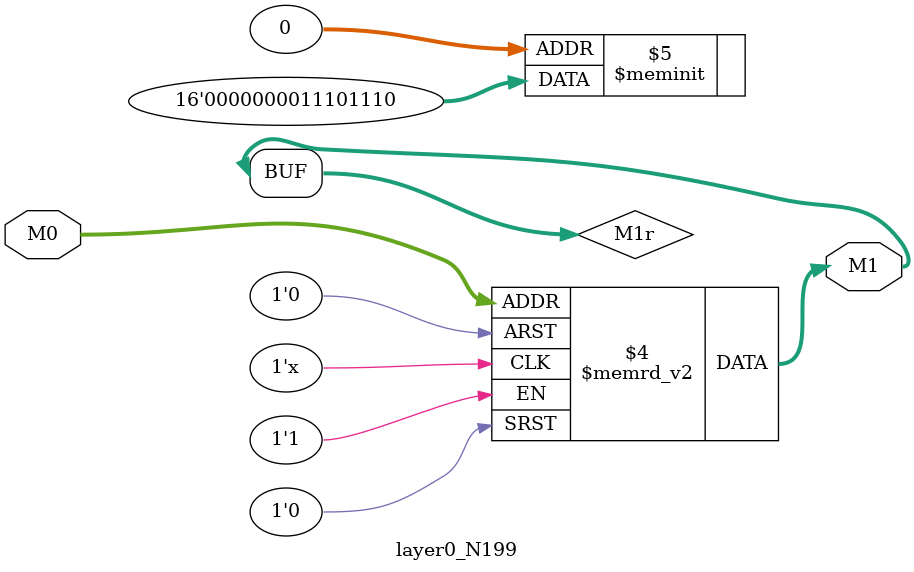
<source format=v>
module layer0_N199 ( input [2:0] M0, output [1:0] M1 );

	(*rom_style = "distributed" *) reg [1:0] M1r;
	assign M1 = M1r;
	always @ (M0) begin
		case (M0)
			3'b000: M1r = 2'b10;
			3'b100: M1r = 2'b00;
			3'b010: M1r = 2'b10;
			3'b110: M1r = 2'b00;
			3'b001: M1r = 2'b11;
			3'b101: M1r = 2'b00;
			3'b011: M1r = 2'b11;
			3'b111: M1r = 2'b00;

		endcase
	end
endmodule

</source>
